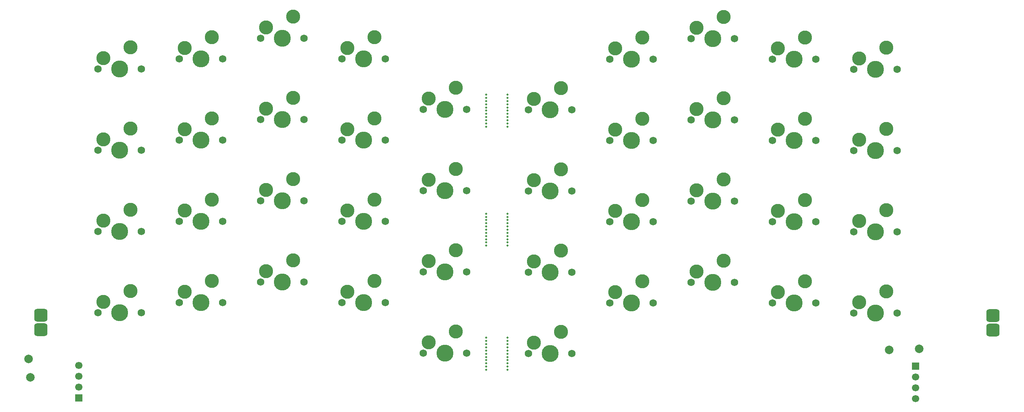
<source format=gbr>
%TF.GenerationSoftware,KiCad,Pcbnew,9.0.6*%
%TF.CreationDate,2025-12-27T17:50:34+00:00*%
%TF.ProjectId,Split Keyboard,53706c69-7420-44b6-9579-626f6172642e,rev?*%
%TF.SameCoordinates,Original*%
%TF.FileFunction,Soldermask,Top*%
%TF.FilePolarity,Negative*%
%FSLAX46Y46*%
G04 Gerber Fmt 4.6, Leading zero omitted, Abs format (unit mm)*
G04 Created by KiCad (PCBNEW 9.0.6) date 2025-12-27 17:50:34*
%MOMM*%
%LPD*%
G01*
G04 APERTURE LIST*
G04 Aperture macros list*
%AMRoundRect*
0 Rectangle with rounded corners*
0 $1 Rounding radius*
0 $2 $3 $4 $5 $6 $7 $8 $9 X,Y pos of 4 corners*
0 Add a 4 corners polygon primitive as box body*
4,1,4,$2,$3,$4,$5,$6,$7,$8,$9,$2,$3,0*
0 Add four circle primitives for the rounded corners*
1,1,$1+$1,$2,$3*
1,1,$1+$1,$4,$5*
1,1,$1+$1,$6,$7*
1,1,$1+$1,$8,$9*
0 Add four rect primitives between the rounded corners*
20,1,$1+$1,$2,$3,$4,$5,0*
20,1,$1+$1,$4,$5,$6,$7,0*
20,1,$1+$1,$6,$7,$8,$9,0*
20,1,$1+$1,$8,$9,$2,$3,0*%
G04 Aperture macros list end*
%ADD10R,1.700000X1.700000*%
%ADD11C,1.700000*%
%ADD12C,2.000000*%
%ADD13C,0.500000*%
%ADD14C,1.750000*%
%ADD15C,3.987800*%
%ADD16C,3.300000*%
%ADD17RoundRect,0.775400X-0.775400X-0.775400X0.775400X-0.775400X0.775400X0.775400X-0.775400X0.775400X0*%
G04 APERTURE END LIST*
D10*
%TO.C,J2*%
X54000000Y-123370000D03*
D11*
X54000000Y-120830000D03*
X54000000Y-118290000D03*
X54000000Y-115750000D03*
%TD*%
D12*
%TO.C,TP1*%
X243820000Y-112050000D03*
%TD*%
D13*
%TO.C,BO2*%
X149425700Y-87626500D03*
X154425700Y-87626500D03*
X149425700Y-86876500D03*
X154425700Y-86876500D03*
X149425700Y-86126500D03*
X154425700Y-86126500D03*
X149425700Y-85376500D03*
X154425700Y-85376500D03*
X149425700Y-84626500D03*
X154425700Y-84626500D03*
X149425700Y-83876500D03*
X154425700Y-83876500D03*
X149425700Y-83126500D03*
X154425700Y-83126500D03*
X149425700Y-82376500D03*
X154425700Y-82376500D03*
X149425700Y-81626500D03*
X154425700Y-81626500D03*
X149425700Y-80876500D03*
X154425700Y-80876500D03*
X149425700Y-80126500D03*
X154425700Y-80126500D03*
%TD*%
%TO.C,BO3*%
X149425700Y-116726500D03*
X154425700Y-116726500D03*
X149425700Y-115976500D03*
X154425700Y-115976500D03*
X149425700Y-115226500D03*
X154425700Y-115226500D03*
X149425700Y-114476500D03*
X154425700Y-114476500D03*
X149425700Y-113726500D03*
X154425700Y-113726500D03*
X149425700Y-112976500D03*
X154425700Y-112976500D03*
X149425700Y-112226500D03*
X154425700Y-112226500D03*
X149425700Y-111476500D03*
X154425700Y-111476500D03*
X149425700Y-110726500D03*
X154425700Y-110726500D03*
X149425700Y-109976500D03*
X154425700Y-109976500D03*
X149425700Y-109226500D03*
X154425700Y-109226500D03*
%TD*%
D12*
%TO.C,TP2*%
X42230000Y-114160000D03*
%TD*%
%TO.C,TP4*%
X42670000Y-118530000D03*
%TD*%
D13*
%TO.C,BO1*%
X149425700Y-59726500D03*
X154425700Y-59726500D03*
X149425700Y-58976500D03*
X154425700Y-58976500D03*
X149425700Y-58226500D03*
X154425700Y-58226500D03*
X149425700Y-57476500D03*
X154425700Y-57476500D03*
X149425700Y-56726500D03*
X154425700Y-56726500D03*
X149425700Y-55976500D03*
X154425700Y-55976500D03*
X149425700Y-55226500D03*
X154425700Y-55226500D03*
X149425700Y-54476500D03*
X154425700Y-54476500D03*
X149425700Y-53726500D03*
X154425700Y-53726500D03*
X149425700Y-52976500D03*
X154425700Y-52976500D03*
X149425700Y-52226500D03*
X154425700Y-52226500D03*
%TD*%
D12*
%TO.C,TP3*%
X250860000Y-111790000D03*
%TD*%
D10*
%TO.C,J1*%
X250000000Y-115859800D03*
D11*
X250000000Y-118399800D03*
X250000000Y-120939800D03*
X250000000Y-123479800D03*
%TD*%
D14*
%TO.C,SW26*%
X245648500Y-103413800D03*
D15*
X240568500Y-103413800D03*
D14*
X235488500Y-103413800D03*
D16*
X236758500Y-100873800D03*
X243108500Y-98333800D03*
%TD*%
D14*
%TO.C,SW30*%
X169448500Y-112938800D03*
D15*
X164368500Y-112938800D03*
D14*
X159288500Y-112938800D03*
D16*
X160558500Y-110398800D03*
X166908500Y-107858800D03*
%TD*%
D14*
%TO.C,SW16*%
X68662900Y-65217500D03*
D15*
X63582900Y-65217500D03*
D14*
X58502900Y-65217500D03*
D16*
X59772900Y-62677500D03*
X66122900Y-60137500D03*
%TD*%
D14*
%TO.C,SW12*%
X226598500Y-62932500D03*
D15*
X221518500Y-62932500D03*
D14*
X216438500Y-62932500D03*
D16*
X217708500Y-60392500D03*
X224058500Y-57852500D03*
%TD*%
D14*
%TO.C,SW17*%
X87712900Y-62836250D03*
D15*
X82632900Y-62836250D03*
D14*
X77552900Y-62836250D03*
D16*
X78822900Y-60296250D03*
X85172900Y-57756250D03*
%TD*%
D14*
%TO.C,SW3*%
X226598500Y-43882500D03*
D15*
X221518500Y-43882500D03*
D14*
X216438500Y-43882500D03*
D16*
X217708500Y-41342500D03*
X224058500Y-38802500D03*
%TD*%
D14*
%TO.C,SW31*%
X68662900Y-84267500D03*
D15*
X63582900Y-84267500D03*
D14*
X58502900Y-84267500D03*
D16*
X59772900Y-81727500D03*
X66122900Y-79187500D03*
%TD*%
D14*
%TO.C,SW33*%
X106762900Y-77123750D03*
D15*
X101682900Y-77123750D03*
D14*
X96602900Y-77123750D03*
D16*
X97872900Y-74583750D03*
X104222900Y-72043750D03*
%TD*%
D14*
%TO.C,SW11*%
X245648500Y-65313800D03*
D15*
X240568500Y-65313800D03*
D14*
X235488500Y-65313800D03*
D16*
X236758500Y-62773800D03*
X243108500Y-60233800D03*
%TD*%
D14*
%TO.C,SW36*%
X68662900Y-103317500D03*
D15*
X63582900Y-103317500D03*
D14*
X58502900Y-103317500D03*
D16*
X59772900Y-100777500D03*
X66122900Y-98237500D03*
%TD*%
D14*
%TO.C,SW4*%
X87712900Y-43786250D03*
D15*
X82632900Y-43786250D03*
D14*
X77552900Y-43786250D03*
D16*
X78822900Y-41246250D03*
X85172900Y-38706250D03*
%TD*%
D14*
%TO.C,SW22*%
X226598500Y-81982500D03*
D15*
X221518500Y-81982500D03*
D14*
X216438500Y-81982500D03*
D16*
X217708500Y-79442500D03*
X224058500Y-76902500D03*
%TD*%
D14*
%TO.C,SW40*%
X144862900Y-112842500D03*
D15*
X139782900Y-112842500D03*
D14*
X134702900Y-112842500D03*
D16*
X135972900Y-110302500D03*
X142322900Y-107762500D03*
%TD*%
D14*
%TO.C,SW25*%
X169448500Y-93888800D03*
D15*
X164368500Y-93888800D03*
D14*
X159288500Y-93888800D03*
D16*
X160558500Y-91348800D03*
X166908500Y-88808800D03*
%TD*%
D14*
%TO.C,SW1*%
X245648500Y-46263800D03*
D15*
X240568500Y-46263800D03*
D14*
X235488500Y-46263800D03*
D16*
X236758500Y-43723800D03*
X243108500Y-41183800D03*
%TD*%
D14*
%TO.C,SW27*%
X226598500Y-101032500D03*
D15*
X221518500Y-101032500D03*
D14*
X216438500Y-101032500D03*
D16*
X217708500Y-98492500D03*
X224058500Y-95952500D03*
%TD*%
D14*
%TO.C,SW38*%
X106762900Y-96173750D03*
D15*
X101682900Y-96173750D03*
D14*
X96602900Y-96173750D03*
D16*
X97872900Y-93633750D03*
X104222900Y-91093750D03*
%TD*%
D14*
%TO.C,SW5*%
X207548500Y-39120000D03*
D15*
X202468500Y-39120000D03*
D14*
X197388500Y-39120000D03*
D16*
X198658500Y-36580000D03*
X205008500Y-34040000D03*
%TD*%
D17*
%TO.C,U1*%
X268106500Y-107395200D03*
X268106500Y-103995200D03*
%TD*%
D14*
%TO.C,SW21*%
X245648500Y-84363800D03*
D15*
X240568500Y-84363800D03*
D14*
X235488500Y-84363800D03*
D16*
X236758500Y-81823800D03*
X243108500Y-79283800D03*
%TD*%
D14*
%TO.C,SW34*%
X125812900Y-81886250D03*
D15*
X120732900Y-81886250D03*
D14*
X115652900Y-81886250D03*
D16*
X116922900Y-79346250D03*
X123272900Y-76806250D03*
%TD*%
D14*
%TO.C,SW13*%
X207548500Y-58170000D03*
D15*
X202468500Y-58170000D03*
D14*
X197388500Y-58170000D03*
D16*
X198658500Y-55630000D03*
X205008500Y-53090000D03*
%TD*%
D14*
%TO.C,SW20*%
X144862900Y-74742500D03*
D15*
X139782900Y-74742500D03*
D14*
X134702900Y-74742500D03*
D16*
X135972900Y-72202500D03*
X142322900Y-69662500D03*
%TD*%
D14*
%TO.C,SW35*%
X144862900Y-93792500D03*
D15*
X139782900Y-93792500D03*
D14*
X134702900Y-93792500D03*
D16*
X135972900Y-91252500D03*
X142322900Y-88712500D03*
%TD*%
D14*
%TO.C,SW6*%
X106762900Y-39023750D03*
D15*
X101682900Y-39023750D03*
D14*
X96602900Y-39023750D03*
D16*
X97872900Y-36483750D03*
X104222900Y-33943750D03*
%TD*%
D14*
%TO.C,SW32*%
X87712900Y-81886250D03*
D15*
X82632900Y-81886250D03*
D14*
X77552900Y-81886250D03*
D16*
X78822900Y-79346250D03*
X85172900Y-76806250D03*
%TD*%
D14*
%TO.C,SW7*%
X188498500Y-43882500D03*
D15*
X183418500Y-43882500D03*
D14*
X178338500Y-43882500D03*
D16*
X179608500Y-41342500D03*
X185958500Y-38802500D03*
%TD*%
D14*
%TO.C,SW37*%
X87712900Y-100936250D03*
D15*
X82632900Y-100936250D03*
D14*
X77552900Y-100936250D03*
D16*
X78822900Y-98396250D03*
X85172900Y-95856250D03*
%TD*%
D14*
%TO.C,SW8*%
X125812900Y-43786250D03*
D15*
X120732900Y-43786250D03*
D14*
X115652900Y-43786250D03*
D16*
X116922900Y-41246250D03*
X123272900Y-38706250D03*
%TD*%
D14*
%TO.C,SW24*%
X188498500Y-81982500D03*
D15*
X183418500Y-81982500D03*
D14*
X178338500Y-81982500D03*
D16*
X179608500Y-79442500D03*
X185958500Y-76902500D03*
%TD*%
D14*
%TO.C,SW39*%
X125812900Y-100936250D03*
D15*
X120732900Y-100936250D03*
D14*
X115652900Y-100936250D03*
D16*
X116922900Y-98396250D03*
X123272900Y-95856250D03*
%TD*%
D14*
%TO.C,SW9*%
X169448500Y-55788800D03*
D15*
X164368500Y-55788800D03*
D14*
X159288500Y-55788800D03*
D16*
X160558500Y-53248800D03*
X166908500Y-50708800D03*
%TD*%
D14*
%TO.C,SW29*%
X188498500Y-101032500D03*
D15*
X183418500Y-101032500D03*
D14*
X178338500Y-101032500D03*
D16*
X179608500Y-98492500D03*
X185958500Y-95952500D03*
%TD*%
D17*
%TO.C,U2*%
X45044900Y-107298900D03*
X45044900Y-103898900D03*
%TD*%
D14*
%TO.C,SW23*%
X207548500Y-77220000D03*
D15*
X202468500Y-77220000D03*
D14*
X197388500Y-77220000D03*
D16*
X198658500Y-74680000D03*
X205008500Y-72140000D03*
%TD*%
D14*
%TO.C,SW19*%
X125812900Y-62836250D03*
D15*
X120732900Y-62836250D03*
D14*
X115652900Y-62836250D03*
D16*
X116922900Y-60296250D03*
X123272900Y-57756250D03*
%TD*%
D14*
%TO.C,SW10*%
X144862900Y-55692500D03*
D15*
X139782900Y-55692500D03*
D14*
X134702900Y-55692500D03*
D16*
X135972900Y-53152500D03*
X142322900Y-50612500D03*
%TD*%
D14*
%TO.C,SW18*%
X106762900Y-58073750D03*
D15*
X101682900Y-58073750D03*
D14*
X96602900Y-58073750D03*
D16*
X97872900Y-55533750D03*
X104222900Y-52993750D03*
%TD*%
D14*
%TO.C,SW14*%
X188498500Y-62932500D03*
D15*
X183418500Y-62932500D03*
D14*
X178338500Y-62932500D03*
D16*
X179608500Y-60392500D03*
X185958500Y-57852500D03*
%TD*%
D14*
%TO.C,SW28*%
X207548500Y-96270000D03*
D15*
X202468500Y-96270000D03*
D14*
X197388500Y-96270000D03*
D16*
X198658500Y-93730000D03*
X205008500Y-91190000D03*
%TD*%
D14*
%TO.C,SW15*%
X169448500Y-74838800D03*
D15*
X164368500Y-74838800D03*
D14*
X159288500Y-74838800D03*
D16*
X160558500Y-72298800D03*
X166908500Y-69758800D03*
%TD*%
D14*
%TO.C,SW2*%
X68662900Y-46167500D03*
D15*
X63582900Y-46167500D03*
D14*
X58502900Y-46167500D03*
D16*
X59772900Y-43627500D03*
X66122900Y-41087500D03*
%TD*%
M02*

</source>
